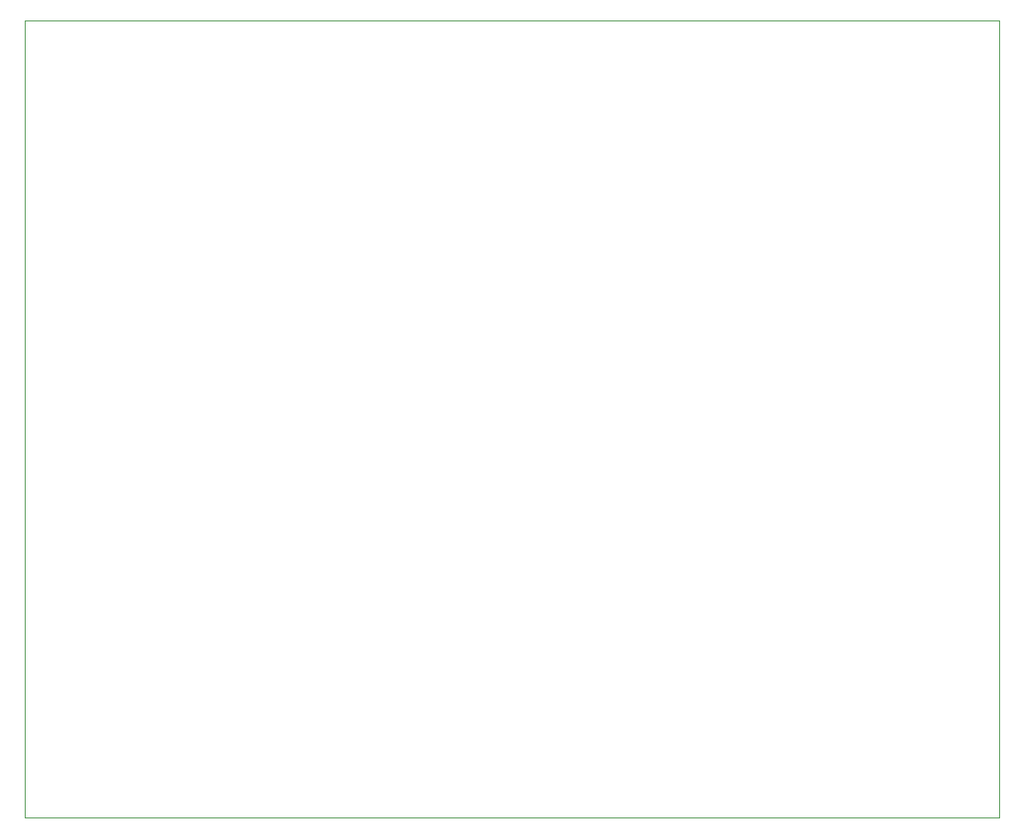
<source format=gm1>
G04 #@! TF.GenerationSoftware,KiCad,Pcbnew,7.0.10*
G04 #@! TF.CreationDate,2024-08-04T13:32:27-04:00*
G04 #@! TF.ProjectId,accessoryidk,61636365-7373-46f7-9279-69646b2e6b69,rev?*
G04 #@! TF.SameCoordinates,Original*
G04 #@! TF.FileFunction,Profile,NP*
%FSLAX46Y46*%
G04 Gerber Fmt 4.6, Leading zero omitted, Abs format (unit mm)*
G04 Created by KiCad (PCBNEW 7.0.10) date 2024-08-04 13:32:27*
%MOMM*%
%LPD*%
G01*
G04 APERTURE LIST*
G04 #@! TA.AperFunction,Profile*
%ADD10C,0.100000*%
G04 #@! TD*
G04 APERTURE END LIST*
D10*
X35000000Y-13716000D02*
X131500000Y-13716000D01*
X131500000Y-92716000D01*
X35000000Y-92716000D01*
X35000000Y-13716000D01*
M02*

</source>
